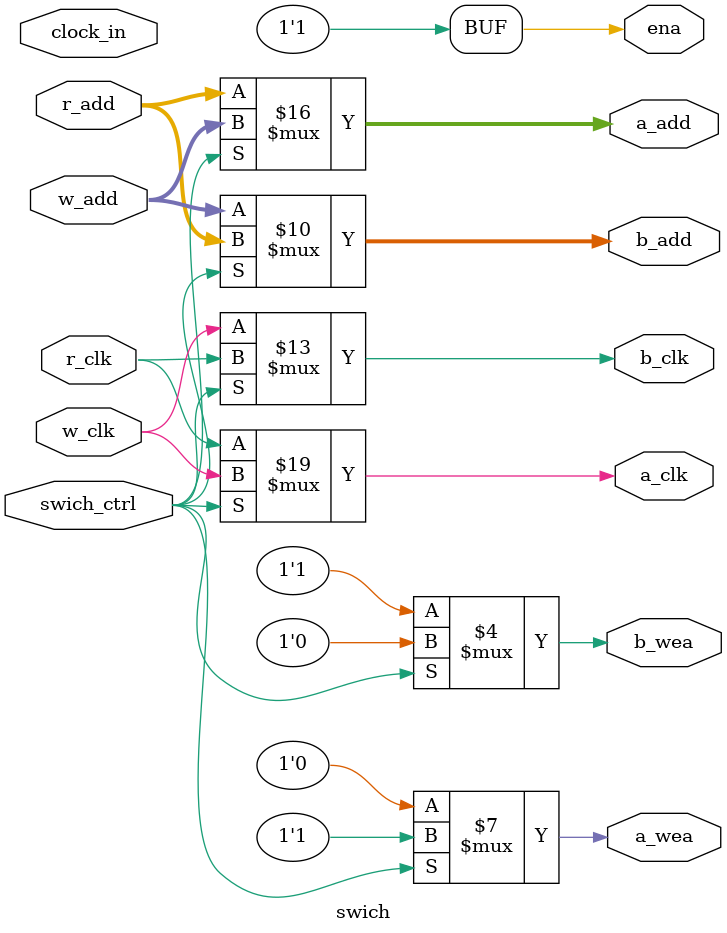
<source format=v>
`timescale 1ns / 1ps
module swich(
input clock_in,
input w_clk,
input r_clk,
input [3:0] w_add,
input [3:0] r_add,
input swich_ctrl,
output reg[0:0] a_clk,
output reg[0:0] b_clk,
output reg[0:0]a_wea,
output reg[0:0]b_wea,
output reg[0:0]ena=1'b1,
output reg[3:0] a_add,
output reg[3:0] b_add
);


//mparameter    ena1 = 1'b1;

always@(r_clk)
begin
if(swich_ctrl)
begin
a_clk<=w_clk;
a_add<=w_add;
b_clk<=r_clk;
b_add<=r_add;
a_wea<=1'b1;
b_wea<=1'b0;
end
else
begin
a_clk<=r_clk;
a_add<=r_add;
b_clk<=w_clk;
b_add<=w_add;
a_wea<=1'b0;
b_wea<=1'b1;
end
end
endmodule

</source>
